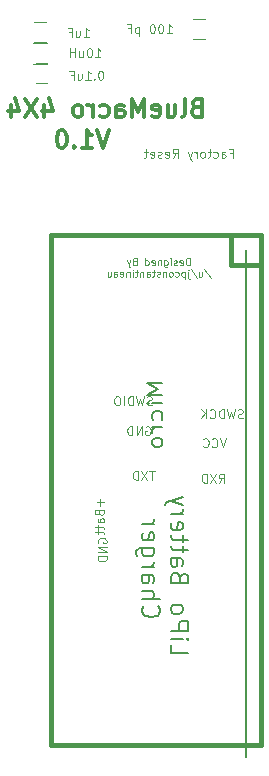
<source format=gbr>
G04 #@! TF.FileFunction,Legend,Bot*
%FSLAX46Y46*%
G04 Gerber Fmt 4.6, Leading zero omitted, Abs format (unit mm)*
G04 Created by KiCad (PCBNEW 4.0.7) date 09/16/18 15:06:07*
%MOMM*%
%LPD*%
G01*
G04 APERTURE LIST*
%ADD10C,0.100000*%
%ADD11C,0.150000*%
%ADD12C,0.300000*%
%ADD13C,0.120000*%
%ADD14C,0.381000*%
%ADD15C,0.203200*%
G04 APERTURE END LIST*
D10*
D11*
X110376429Y-144985571D02*
X110376429Y-145699857D01*
X111876429Y-145699857D01*
X110376429Y-144485571D02*
X111376429Y-144485571D01*
X111876429Y-144485571D02*
X111805000Y-144557000D01*
X111733571Y-144485571D01*
X111805000Y-144414143D01*
X111876429Y-144485571D01*
X111733571Y-144485571D01*
X110376429Y-143771285D02*
X111876429Y-143771285D01*
X111876429Y-143199857D01*
X111805000Y-143056999D01*
X111733571Y-142985571D01*
X111590714Y-142914142D01*
X111376429Y-142914142D01*
X111233571Y-142985571D01*
X111162143Y-143056999D01*
X111090714Y-143199857D01*
X111090714Y-143771285D01*
X110376429Y-142056999D02*
X110447857Y-142199857D01*
X110519286Y-142271285D01*
X110662143Y-142342714D01*
X111090714Y-142342714D01*
X111233571Y-142271285D01*
X111305000Y-142199857D01*
X111376429Y-142056999D01*
X111376429Y-141842714D01*
X111305000Y-141699857D01*
X111233571Y-141628428D01*
X111090714Y-141556999D01*
X110662143Y-141556999D01*
X110519286Y-141628428D01*
X110447857Y-141699857D01*
X110376429Y-141842714D01*
X110376429Y-142056999D01*
X111162143Y-139271285D02*
X111090714Y-139056999D01*
X111019286Y-138985571D01*
X110876429Y-138914142D01*
X110662143Y-138914142D01*
X110519286Y-138985571D01*
X110447857Y-139056999D01*
X110376429Y-139199857D01*
X110376429Y-139771285D01*
X111876429Y-139771285D01*
X111876429Y-139271285D01*
X111805000Y-139128428D01*
X111733571Y-139056999D01*
X111590714Y-138985571D01*
X111447857Y-138985571D01*
X111305000Y-139056999D01*
X111233571Y-139128428D01*
X111162143Y-139271285D01*
X111162143Y-139771285D01*
X110376429Y-137628428D02*
X111162143Y-137628428D01*
X111305000Y-137699857D01*
X111376429Y-137842714D01*
X111376429Y-138128428D01*
X111305000Y-138271285D01*
X110447857Y-137628428D02*
X110376429Y-137771285D01*
X110376429Y-138128428D01*
X110447857Y-138271285D01*
X110590714Y-138342714D01*
X110733571Y-138342714D01*
X110876429Y-138271285D01*
X110947857Y-138128428D01*
X110947857Y-137771285D01*
X111019286Y-137628428D01*
X111376429Y-137128428D02*
X111376429Y-136556999D01*
X111876429Y-136914142D02*
X110590714Y-136914142D01*
X110447857Y-136842714D01*
X110376429Y-136699856D01*
X110376429Y-136556999D01*
X111376429Y-136271285D02*
X111376429Y-135699856D01*
X111876429Y-136056999D02*
X110590714Y-136056999D01*
X110447857Y-135985571D01*
X110376429Y-135842713D01*
X110376429Y-135699856D01*
X110447857Y-134628428D02*
X110376429Y-134771285D01*
X110376429Y-135056999D01*
X110447857Y-135199856D01*
X110590714Y-135271285D01*
X111162143Y-135271285D01*
X111305000Y-135199856D01*
X111376429Y-135056999D01*
X111376429Y-134771285D01*
X111305000Y-134628428D01*
X111162143Y-134556999D01*
X111019286Y-134556999D01*
X110876429Y-135271285D01*
X110376429Y-133914142D02*
X111376429Y-133914142D01*
X111090714Y-133914142D02*
X111233571Y-133842714D01*
X111305000Y-133771285D01*
X111376429Y-133628428D01*
X111376429Y-133485571D01*
X111376429Y-133128428D02*
X110376429Y-132771285D01*
X111376429Y-132414143D02*
X110376429Y-132771285D01*
X110019286Y-132914143D01*
X109947857Y-132985571D01*
X109876429Y-133128428D01*
X108119286Y-141699856D02*
X108047857Y-141771285D01*
X107976429Y-141985571D01*
X107976429Y-142128428D01*
X108047857Y-142342713D01*
X108190714Y-142485571D01*
X108333571Y-142556999D01*
X108619286Y-142628428D01*
X108833571Y-142628428D01*
X109119286Y-142556999D01*
X109262143Y-142485571D01*
X109405000Y-142342713D01*
X109476429Y-142128428D01*
X109476429Y-141985571D01*
X109405000Y-141771285D01*
X109333571Y-141699856D01*
X107976429Y-141056999D02*
X109476429Y-141056999D01*
X107976429Y-140414142D02*
X108762143Y-140414142D01*
X108905000Y-140485571D01*
X108976429Y-140628428D01*
X108976429Y-140842713D01*
X108905000Y-140985571D01*
X108833571Y-141056999D01*
X107976429Y-139056999D02*
X108762143Y-139056999D01*
X108905000Y-139128428D01*
X108976429Y-139271285D01*
X108976429Y-139556999D01*
X108905000Y-139699856D01*
X108047857Y-139056999D02*
X107976429Y-139199856D01*
X107976429Y-139556999D01*
X108047857Y-139699856D01*
X108190714Y-139771285D01*
X108333571Y-139771285D01*
X108476429Y-139699856D01*
X108547857Y-139556999D01*
X108547857Y-139199856D01*
X108619286Y-139056999D01*
X107976429Y-138342713D02*
X108976429Y-138342713D01*
X108690714Y-138342713D02*
X108833571Y-138271285D01*
X108905000Y-138199856D01*
X108976429Y-138056999D01*
X108976429Y-137914142D01*
X108976429Y-136771285D02*
X107762143Y-136771285D01*
X107619286Y-136842714D01*
X107547857Y-136914142D01*
X107476429Y-137056999D01*
X107476429Y-137271285D01*
X107547857Y-137414142D01*
X108047857Y-136771285D02*
X107976429Y-136914142D01*
X107976429Y-137199856D01*
X108047857Y-137342714D01*
X108119286Y-137414142D01*
X108262143Y-137485571D01*
X108690714Y-137485571D01*
X108833571Y-137414142D01*
X108905000Y-137342714D01*
X108976429Y-137199856D01*
X108976429Y-136914142D01*
X108905000Y-136771285D01*
X108047857Y-135485571D02*
X107976429Y-135628428D01*
X107976429Y-135914142D01*
X108047857Y-136056999D01*
X108190714Y-136128428D01*
X108762143Y-136128428D01*
X108905000Y-136056999D01*
X108976429Y-135914142D01*
X108976429Y-135628428D01*
X108905000Y-135485571D01*
X108762143Y-135414142D01*
X108619286Y-135414142D01*
X108476429Y-136128428D01*
X107976429Y-134771285D02*
X108976429Y-134771285D01*
X108690714Y-134771285D02*
X108833571Y-134699857D01*
X108905000Y-134628428D01*
X108976429Y-134485571D01*
X108976429Y-134342714D01*
D10*
X111975571Y-112801429D02*
X111975571Y-112201429D01*
X111832714Y-112201429D01*
X111746999Y-112230000D01*
X111689857Y-112287143D01*
X111661285Y-112344286D01*
X111632714Y-112458571D01*
X111632714Y-112544286D01*
X111661285Y-112658571D01*
X111689857Y-112715714D01*
X111746999Y-112772857D01*
X111832714Y-112801429D01*
X111975571Y-112801429D01*
X111146999Y-112772857D02*
X111204142Y-112801429D01*
X111318428Y-112801429D01*
X111375571Y-112772857D01*
X111404142Y-112715714D01*
X111404142Y-112487143D01*
X111375571Y-112430000D01*
X111318428Y-112401429D01*
X111204142Y-112401429D01*
X111146999Y-112430000D01*
X111118428Y-112487143D01*
X111118428Y-112544286D01*
X111404142Y-112601429D01*
X110889856Y-112772857D02*
X110832713Y-112801429D01*
X110718428Y-112801429D01*
X110661285Y-112772857D01*
X110632713Y-112715714D01*
X110632713Y-112687143D01*
X110661285Y-112630000D01*
X110718428Y-112601429D01*
X110804142Y-112601429D01*
X110861285Y-112572857D01*
X110889856Y-112515714D01*
X110889856Y-112487143D01*
X110861285Y-112430000D01*
X110804142Y-112401429D01*
X110718428Y-112401429D01*
X110661285Y-112430000D01*
X110375571Y-112801429D02*
X110375571Y-112401429D01*
X110375571Y-112201429D02*
X110404142Y-112230000D01*
X110375571Y-112258571D01*
X110346999Y-112230000D01*
X110375571Y-112201429D01*
X110375571Y-112258571D01*
X109832714Y-112401429D02*
X109832714Y-112887143D01*
X109861285Y-112944286D01*
X109889857Y-112972857D01*
X109947000Y-113001429D01*
X110032714Y-113001429D01*
X110089857Y-112972857D01*
X109832714Y-112772857D02*
X109889857Y-112801429D01*
X110004143Y-112801429D01*
X110061285Y-112772857D01*
X110089857Y-112744286D01*
X110118428Y-112687143D01*
X110118428Y-112515714D01*
X110089857Y-112458571D01*
X110061285Y-112430000D01*
X110004143Y-112401429D01*
X109889857Y-112401429D01*
X109832714Y-112430000D01*
X109547000Y-112401429D02*
X109547000Y-112801429D01*
X109547000Y-112458571D02*
X109518428Y-112430000D01*
X109461286Y-112401429D01*
X109375571Y-112401429D01*
X109318428Y-112430000D01*
X109289857Y-112487143D01*
X109289857Y-112801429D01*
X108775571Y-112772857D02*
X108832714Y-112801429D01*
X108947000Y-112801429D01*
X109004143Y-112772857D01*
X109032714Y-112715714D01*
X109032714Y-112487143D01*
X109004143Y-112430000D01*
X108947000Y-112401429D01*
X108832714Y-112401429D01*
X108775571Y-112430000D01*
X108747000Y-112487143D01*
X108747000Y-112544286D01*
X109032714Y-112601429D01*
X108232714Y-112801429D02*
X108232714Y-112201429D01*
X108232714Y-112772857D02*
X108289857Y-112801429D01*
X108404143Y-112801429D01*
X108461285Y-112772857D01*
X108489857Y-112744286D01*
X108518428Y-112687143D01*
X108518428Y-112515714D01*
X108489857Y-112458571D01*
X108461285Y-112430000D01*
X108404143Y-112401429D01*
X108289857Y-112401429D01*
X108232714Y-112430000D01*
X107289857Y-112487143D02*
X107204143Y-112515714D01*
X107175571Y-112544286D01*
X107147000Y-112601429D01*
X107147000Y-112687143D01*
X107175571Y-112744286D01*
X107204143Y-112772857D01*
X107261285Y-112801429D01*
X107489857Y-112801429D01*
X107489857Y-112201429D01*
X107289857Y-112201429D01*
X107232714Y-112230000D01*
X107204143Y-112258571D01*
X107175571Y-112315714D01*
X107175571Y-112372857D01*
X107204143Y-112430000D01*
X107232714Y-112458571D01*
X107289857Y-112487143D01*
X107489857Y-112487143D01*
X106947000Y-112401429D02*
X106804143Y-112801429D01*
X106661285Y-112401429D02*
X106804143Y-112801429D01*
X106861285Y-112944286D01*
X106889857Y-112972857D01*
X106947000Y-113001429D01*
X113232712Y-113172857D02*
X113746998Y-113944286D01*
X112775570Y-113401429D02*
X112775570Y-113801429D01*
X113032713Y-113401429D02*
X113032713Y-113715714D01*
X113004141Y-113772857D01*
X112946999Y-113801429D01*
X112861284Y-113801429D01*
X112804141Y-113772857D01*
X112775570Y-113744286D01*
X112061284Y-113172857D02*
X112575570Y-113944286D01*
X111861285Y-113401429D02*
X111861285Y-113915714D01*
X111889856Y-113972857D01*
X111946999Y-114001429D01*
X111975571Y-114001429D01*
X111861285Y-113201429D02*
X111889856Y-113230000D01*
X111861285Y-113258571D01*
X111832713Y-113230000D01*
X111861285Y-113201429D01*
X111861285Y-113258571D01*
X111575571Y-113401429D02*
X111575571Y-114001429D01*
X111575571Y-113430000D02*
X111518428Y-113401429D01*
X111404142Y-113401429D01*
X111346999Y-113430000D01*
X111318428Y-113458571D01*
X111289857Y-113515714D01*
X111289857Y-113687143D01*
X111318428Y-113744286D01*
X111346999Y-113772857D01*
X111404142Y-113801429D01*
X111518428Y-113801429D01*
X111575571Y-113772857D01*
X110775571Y-113772857D02*
X110832714Y-113801429D01*
X110947000Y-113801429D01*
X111004142Y-113772857D01*
X111032714Y-113744286D01*
X111061285Y-113687143D01*
X111061285Y-113515714D01*
X111032714Y-113458571D01*
X111004142Y-113430000D01*
X110947000Y-113401429D01*
X110832714Y-113401429D01*
X110775571Y-113430000D01*
X110432714Y-113801429D02*
X110489856Y-113772857D01*
X110518428Y-113744286D01*
X110546999Y-113687143D01*
X110546999Y-113515714D01*
X110518428Y-113458571D01*
X110489856Y-113430000D01*
X110432714Y-113401429D01*
X110346999Y-113401429D01*
X110289856Y-113430000D01*
X110261285Y-113458571D01*
X110232714Y-113515714D01*
X110232714Y-113687143D01*
X110261285Y-113744286D01*
X110289856Y-113772857D01*
X110346999Y-113801429D01*
X110432714Y-113801429D01*
X109975571Y-113401429D02*
X109975571Y-113801429D01*
X109975571Y-113458571D02*
X109946999Y-113430000D01*
X109889857Y-113401429D01*
X109804142Y-113401429D01*
X109746999Y-113430000D01*
X109718428Y-113487143D01*
X109718428Y-113801429D01*
X109461285Y-113772857D02*
X109404142Y-113801429D01*
X109289857Y-113801429D01*
X109232714Y-113772857D01*
X109204142Y-113715714D01*
X109204142Y-113687143D01*
X109232714Y-113630000D01*
X109289857Y-113601429D01*
X109375571Y-113601429D01*
X109432714Y-113572857D01*
X109461285Y-113515714D01*
X109461285Y-113487143D01*
X109432714Y-113430000D01*
X109375571Y-113401429D01*
X109289857Y-113401429D01*
X109232714Y-113430000D01*
X109032714Y-113401429D02*
X108804143Y-113401429D01*
X108947000Y-113201429D02*
X108947000Y-113715714D01*
X108918428Y-113772857D01*
X108861286Y-113801429D01*
X108804143Y-113801429D01*
X108347000Y-113801429D02*
X108347000Y-113487143D01*
X108375571Y-113430000D01*
X108432714Y-113401429D01*
X108547000Y-113401429D01*
X108604143Y-113430000D01*
X108347000Y-113772857D02*
X108404143Y-113801429D01*
X108547000Y-113801429D01*
X108604143Y-113772857D01*
X108632714Y-113715714D01*
X108632714Y-113658571D01*
X108604143Y-113601429D01*
X108547000Y-113572857D01*
X108404143Y-113572857D01*
X108347000Y-113544286D01*
X108061286Y-113401429D02*
X108061286Y-113801429D01*
X108061286Y-113458571D02*
X108032714Y-113430000D01*
X107975572Y-113401429D01*
X107889857Y-113401429D01*
X107832714Y-113430000D01*
X107804143Y-113487143D01*
X107804143Y-113801429D01*
X107604143Y-113401429D02*
X107375572Y-113401429D01*
X107518429Y-113201429D02*
X107518429Y-113715714D01*
X107489857Y-113772857D01*
X107432715Y-113801429D01*
X107375572Y-113801429D01*
X107175572Y-113801429D02*
X107175572Y-113401429D01*
X107175572Y-113201429D02*
X107204143Y-113230000D01*
X107175572Y-113258571D01*
X107147000Y-113230000D01*
X107175572Y-113201429D01*
X107175572Y-113258571D01*
X106889858Y-113401429D02*
X106889858Y-113801429D01*
X106889858Y-113458571D02*
X106861286Y-113430000D01*
X106804144Y-113401429D01*
X106718429Y-113401429D01*
X106661286Y-113430000D01*
X106632715Y-113487143D01*
X106632715Y-113801429D01*
X106118429Y-113772857D02*
X106175572Y-113801429D01*
X106289858Y-113801429D01*
X106347001Y-113772857D01*
X106375572Y-113715714D01*
X106375572Y-113487143D01*
X106347001Y-113430000D01*
X106289858Y-113401429D01*
X106175572Y-113401429D01*
X106118429Y-113430000D01*
X106089858Y-113487143D01*
X106089858Y-113544286D01*
X106375572Y-113601429D01*
X105575572Y-113801429D02*
X105575572Y-113487143D01*
X105604143Y-113430000D01*
X105661286Y-113401429D01*
X105775572Y-113401429D01*
X105832715Y-113430000D01*
X105575572Y-113772857D02*
X105632715Y-113801429D01*
X105775572Y-113801429D01*
X105832715Y-113772857D01*
X105861286Y-113715714D01*
X105861286Y-113658571D01*
X105832715Y-113601429D01*
X105775572Y-113572857D01*
X105632715Y-113572857D01*
X105575572Y-113544286D01*
X105032715Y-113401429D02*
X105032715Y-113801429D01*
X105289858Y-113401429D02*
X105289858Y-113715714D01*
X105261286Y-113772857D01*
X105204144Y-113801429D01*
X105118429Y-113801429D01*
X105061286Y-113772857D01*
X105032715Y-113744286D01*
X108777286Y-124636571D02*
X108670143Y-124672286D01*
X108491572Y-124672286D01*
X108420143Y-124636571D01*
X108384429Y-124600857D01*
X108348714Y-124529429D01*
X108348714Y-124458000D01*
X108384429Y-124386571D01*
X108420143Y-124350857D01*
X108491572Y-124315143D01*
X108634429Y-124279429D01*
X108705857Y-124243714D01*
X108741572Y-124208000D01*
X108777286Y-124136571D01*
X108777286Y-124065143D01*
X108741572Y-123993714D01*
X108705857Y-123958000D01*
X108634429Y-123922286D01*
X108455857Y-123922286D01*
X108348714Y-123958000D01*
X108098714Y-123922286D02*
X107920143Y-124672286D01*
X107777286Y-124136571D01*
X107634428Y-124672286D01*
X107455857Y-123922286D01*
X107170143Y-124672286D02*
X107170143Y-123922286D01*
X106991571Y-123922286D01*
X106884428Y-123958000D01*
X106813000Y-124029429D01*
X106777285Y-124100857D01*
X106741571Y-124243714D01*
X106741571Y-124350857D01*
X106777285Y-124493714D01*
X106813000Y-124565143D01*
X106884428Y-124636571D01*
X106991571Y-124672286D01*
X107170143Y-124672286D01*
X106420143Y-124672286D02*
X106420143Y-123922286D01*
X105920142Y-123922286D02*
X105777285Y-123922286D01*
X105705857Y-123958000D01*
X105634428Y-124029429D01*
X105598714Y-124172286D01*
X105598714Y-124422286D01*
X105634428Y-124565143D01*
X105705857Y-124636571D01*
X105777285Y-124672286D01*
X105920142Y-124672286D01*
X105991571Y-124636571D01*
X106063000Y-124565143D01*
X106098714Y-124422286D01*
X106098714Y-124172286D01*
X106063000Y-124029429D01*
X105991571Y-123958000D01*
X105920142Y-123922286D01*
X108267428Y-126498000D02*
X108338857Y-126462286D01*
X108446000Y-126462286D01*
X108553143Y-126498000D01*
X108624571Y-126569429D01*
X108660286Y-126640857D01*
X108696000Y-126783714D01*
X108696000Y-126890857D01*
X108660286Y-127033714D01*
X108624571Y-127105143D01*
X108553143Y-127176571D01*
X108446000Y-127212286D01*
X108374571Y-127212286D01*
X108267428Y-127176571D01*
X108231714Y-127140857D01*
X108231714Y-126890857D01*
X108374571Y-126890857D01*
X107910286Y-127212286D02*
X107910286Y-126462286D01*
X107481714Y-127212286D01*
X107481714Y-126462286D01*
X107124572Y-127212286D02*
X107124572Y-126462286D01*
X106946000Y-126462286D01*
X106838857Y-126498000D01*
X106767429Y-126569429D01*
X106731714Y-126640857D01*
X106696000Y-126783714D01*
X106696000Y-126890857D01*
X106731714Y-127033714D01*
X106767429Y-127105143D01*
X106838857Y-127176571D01*
X106946000Y-127212286D01*
X107124572Y-127212286D01*
X109006428Y-130249286D02*
X108577857Y-130249286D01*
X108792143Y-130999286D02*
X108792143Y-130249286D01*
X108399285Y-130249286D02*
X107899285Y-130999286D01*
X107899285Y-130249286D02*
X108399285Y-130999286D01*
X107613571Y-130999286D02*
X107613571Y-130249286D01*
X107434999Y-130249286D01*
X107327856Y-130285000D01*
X107256428Y-130356429D01*
X107220713Y-130427857D01*
X107184999Y-130570714D01*
X107184999Y-130677857D01*
X107220713Y-130820714D01*
X107256428Y-130892143D01*
X107327856Y-130963571D01*
X107434999Y-130999286D01*
X107613571Y-130999286D01*
X114460000Y-131229286D02*
X114710000Y-130872143D01*
X114888572Y-131229286D02*
X114888572Y-130479286D01*
X114602857Y-130479286D01*
X114531429Y-130515000D01*
X114495714Y-130550714D01*
X114460000Y-130622143D01*
X114460000Y-130729286D01*
X114495714Y-130800714D01*
X114531429Y-130836429D01*
X114602857Y-130872143D01*
X114888572Y-130872143D01*
X114210000Y-130479286D02*
X113710000Y-131229286D01*
X113710000Y-130479286D02*
X114210000Y-131229286D01*
X113424286Y-131229286D02*
X113424286Y-130479286D01*
X113245714Y-130479286D01*
X113138571Y-130515000D01*
X113067143Y-130586429D01*
X113031428Y-130657857D01*
X112995714Y-130800714D01*
X112995714Y-130907857D01*
X113031428Y-131050714D01*
X113067143Y-131122143D01*
X113138571Y-131193571D01*
X113245714Y-131229286D01*
X113424286Y-131229286D01*
X115049999Y-127479286D02*
X114799999Y-128229286D01*
X114549999Y-127479286D01*
X113871428Y-128157857D02*
X113907142Y-128193571D01*
X114014285Y-128229286D01*
X114085714Y-128229286D01*
X114192857Y-128193571D01*
X114264285Y-128122143D01*
X114300000Y-128050714D01*
X114335714Y-127907857D01*
X114335714Y-127800714D01*
X114300000Y-127657857D01*
X114264285Y-127586429D01*
X114192857Y-127515000D01*
X114085714Y-127479286D01*
X114014285Y-127479286D01*
X113907142Y-127515000D01*
X113871428Y-127550714D01*
X113121428Y-128157857D02*
X113157142Y-128193571D01*
X113264285Y-128229286D01*
X113335714Y-128229286D01*
X113442857Y-128193571D01*
X113514285Y-128122143D01*
X113550000Y-128050714D01*
X113585714Y-127907857D01*
X113585714Y-127800714D01*
X113550000Y-127657857D01*
X113514285Y-127586429D01*
X113442857Y-127515000D01*
X113335714Y-127479286D01*
X113264285Y-127479286D01*
X113157142Y-127515000D01*
X113121428Y-127550714D01*
X116487857Y-125743571D02*
X116380714Y-125779286D01*
X116202143Y-125779286D01*
X116130714Y-125743571D01*
X116095000Y-125707857D01*
X116059285Y-125636429D01*
X116059285Y-125565000D01*
X116095000Y-125493571D01*
X116130714Y-125457857D01*
X116202143Y-125422143D01*
X116345000Y-125386429D01*
X116416428Y-125350714D01*
X116452143Y-125315000D01*
X116487857Y-125243571D01*
X116487857Y-125172143D01*
X116452143Y-125100714D01*
X116416428Y-125065000D01*
X116345000Y-125029286D01*
X116166428Y-125029286D01*
X116059285Y-125065000D01*
X115809285Y-125029286D02*
X115630714Y-125779286D01*
X115487857Y-125243571D01*
X115344999Y-125779286D01*
X115166428Y-125029286D01*
X114880714Y-125779286D02*
X114880714Y-125029286D01*
X114702142Y-125029286D01*
X114594999Y-125065000D01*
X114523571Y-125136429D01*
X114487856Y-125207857D01*
X114452142Y-125350714D01*
X114452142Y-125457857D01*
X114487856Y-125600714D01*
X114523571Y-125672143D01*
X114594999Y-125743571D01*
X114702142Y-125779286D01*
X114880714Y-125779286D01*
X113702142Y-125707857D02*
X113737856Y-125743571D01*
X113844999Y-125779286D01*
X113916428Y-125779286D01*
X114023571Y-125743571D01*
X114094999Y-125672143D01*
X114130714Y-125600714D01*
X114166428Y-125457857D01*
X114166428Y-125350714D01*
X114130714Y-125207857D01*
X114094999Y-125136429D01*
X114023571Y-125065000D01*
X113916428Y-125029286D01*
X113844999Y-125029286D01*
X113737856Y-125065000D01*
X113702142Y-125100714D01*
X113380714Y-125779286D02*
X113380714Y-125029286D01*
X112952142Y-125779286D02*
X113273571Y-125350714D01*
X112952142Y-125029286D02*
X113380714Y-125457857D01*
X104423571Y-132601429D02*
X104423571Y-133172858D01*
X104709286Y-132887144D02*
X104137857Y-132887144D01*
X104316429Y-133780000D02*
X104352143Y-133887143D01*
X104387857Y-133922858D01*
X104459286Y-133958572D01*
X104566429Y-133958572D01*
X104637857Y-133922858D01*
X104673571Y-133887143D01*
X104709286Y-133815715D01*
X104709286Y-133530000D01*
X103959286Y-133530000D01*
X103959286Y-133780000D01*
X103995000Y-133851429D01*
X104030714Y-133887143D01*
X104102143Y-133922858D01*
X104173571Y-133922858D01*
X104245000Y-133887143D01*
X104280714Y-133851429D01*
X104316429Y-133780000D01*
X104316429Y-133530000D01*
X104709286Y-134601429D02*
X104316429Y-134601429D01*
X104245000Y-134565715D01*
X104209286Y-134494286D01*
X104209286Y-134351429D01*
X104245000Y-134280000D01*
X104673571Y-134601429D02*
X104709286Y-134530000D01*
X104709286Y-134351429D01*
X104673571Y-134280000D01*
X104602143Y-134244286D01*
X104530714Y-134244286D01*
X104459286Y-134280000D01*
X104423571Y-134351429D01*
X104423571Y-134530000D01*
X104387857Y-134601429D01*
X104209286Y-134851429D02*
X104209286Y-135137143D01*
X103959286Y-134958571D02*
X104602143Y-134958571D01*
X104673571Y-134994286D01*
X104709286Y-135065714D01*
X104709286Y-135137143D01*
X104209286Y-135280000D02*
X104209286Y-135565714D01*
X103959286Y-135387142D02*
X104602143Y-135387142D01*
X104673571Y-135422857D01*
X104709286Y-135494285D01*
X104709286Y-135565714D01*
X104235000Y-136338572D02*
X104199286Y-136267143D01*
X104199286Y-136160000D01*
X104235000Y-136052857D01*
X104306429Y-135981429D01*
X104377857Y-135945714D01*
X104520714Y-135910000D01*
X104627857Y-135910000D01*
X104770714Y-135945714D01*
X104842143Y-135981429D01*
X104913571Y-136052857D01*
X104949286Y-136160000D01*
X104949286Y-136231429D01*
X104913571Y-136338572D01*
X104877857Y-136374286D01*
X104627857Y-136374286D01*
X104627857Y-136231429D01*
X104949286Y-136695714D02*
X104199286Y-136695714D01*
X104949286Y-137124286D01*
X104199286Y-137124286D01*
X104949286Y-137481428D02*
X104199286Y-137481428D01*
X104199286Y-137660000D01*
X104235000Y-137767143D01*
X104306429Y-137838571D01*
X104377857Y-137874286D01*
X104520714Y-137910000D01*
X104627857Y-137910000D01*
X104770714Y-137874286D01*
X104842143Y-137838571D01*
X104913571Y-137767143D01*
X104949286Y-137660000D01*
X104949286Y-137481428D01*
D12*
X105155714Y-101413571D02*
X104655714Y-102913571D01*
X104155714Y-101413571D01*
X102870000Y-102913571D02*
X103727143Y-102913571D01*
X103298571Y-102913571D02*
X103298571Y-101413571D01*
X103441428Y-101627857D01*
X103584286Y-101770714D01*
X103727143Y-101842143D01*
X102227143Y-102770714D02*
X102155715Y-102842143D01*
X102227143Y-102913571D01*
X102298572Y-102842143D01*
X102227143Y-102770714D01*
X102227143Y-102913571D01*
X101227143Y-101413571D02*
X101084286Y-101413571D01*
X100941429Y-101485000D01*
X100870000Y-101556429D01*
X100798571Y-101699286D01*
X100727143Y-101985000D01*
X100727143Y-102342143D01*
X100798571Y-102627857D01*
X100870000Y-102770714D01*
X100941429Y-102842143D01*
X101084286Y-102913571D01*
X101227143Y-102913571D01*
X101370000Y-102842143D01*
X101441429Y-102770714D01*
X101512857Y-102627857D01*
X101584286Y-102342143D01*
X101584286Y-101985000D01*
X101512857Y-101699286D01*
X101441429Y-101556429D01*
X101370000Y-101485000D01*
X101227143Y-101413571D01*
X112544856Y-99460857D02*
X112330570Y-99532286D01*
X112259142Y-99603714D01*
X112187713Y-99746571D01*
X112187713Y-99960857D01*
X112259142Y-100103714D01*
X112330570Y-100175143D01*
X112473428Y-100246571D01*
X113044856Y-100246571D01*
X113044856Y-98746571D01*
X112544856Y-98746571D01*
X112401999Y-98818000D01*
X112330570Y-98889429D01*
X112259142Y-99032286D01*
X112259142Y-99175143D01*
X112330570Y-99318000D01*
X112401999Y-99389429D01*
X112544856Y-99460857D01*
X113044856Y-99460857D01*
X111330570Y-100246571D02*
X111473428Y-100175143D01*
X111544856Y-100032286D01*
X111544856Y-98746571D01*
X110116285Y-99246571D02*
X110116285Y-100246571D01*
X110759142Y-99246571D02*
X110759142Y-100032286D01*
X110687714Y-100175143D01*
X110544856Y-100246571D01*
X110330571Y-100246571D01*
X110187714Y-100175143D01*
X110116285Y-100103714D01*
X108830571Y-100175143D02*
X108973428Y-100246571D01*
X109259142Y-100246571D01*
X109401999Y-100175143D01*
X109473428Y-100032286D01*
X109473428Y-99460857D01*
X109401999Y-99318000D01*
X109259142Y-99246571D01*
X108973428Y-99246571D01*
X108830571Y-99318000D01*
X108759142Y-99460857D01*
X108759142Y-99603714D01*
X109473428Y-99746571D01*
X108116285Y-100246571D02*
X108116285Y-98746571D01*
X107616285Y-99818000D01*
X107116285Y-98746571D01*
X107116285Y-100246571D01*
X105759142Y-100246571D02*
X105759142Y-99460857D01*
X105830571Y-99318000D01*
X105973428Y-99246571D01*
X106259142Y-99246571D01*
X106401999Y-99318000D01*
X105759142Y-100175143D02*
X105901999Y-100246571D01*
X106259142Y-100246571D01*
X106401999Y-100175143D01*
X106473428Y-100032286D01*
X106473428Y-99889429D01*
X106401999Y-99746571D01*
X106259142Y-99675143D01*
X105901999Y-99675143D01*
X105759142Y-99603714D01*
X104401999Y-100175143D02*
X104544856Y-100246571D01*
X104830570Y-100246571D01*
X104973428Y-100175143D01*
X105044856Y-100103714D01*
X105116285Y-99960857D01*
X105116285Y-99532286D01*
X105044856Y-99389429D01*
X104973428Y-99318000D01*
X104830570Y-99246571D01*
X104544856Y-99246571D01*
X104401999Y-99318000D01*
X103759142Y-100246571D02*
X103759142Y-99246571D01*
X103759142Y-99532286D02*
X103687714Y-99389429D01*
X103616285Y-99318000D01*
X103473428Y-99246571D01*
X103330571Y-99246571D01*
X102616285Y-100246571D02*
X102759143Y-100175143D01*
X102830571Y-100103714D01*
X102902000Y-99960857D01*
X102902000Y-99532286D01*
X102830571Y-99389429D01*
X102759143Y-99318000D01*
X102616285Y-99246571D01*
X102402000Y-99246571D01*
X102259143Y-99318000D01*
X102187714Y-99389429D01*
X102116285Y-99532286D01*
X102116285Y-99960857D01*
X102187714Y-100103714D01*
X102259143Y-100175143D01*
X102402000Y-100246571D01*
X102616285Y-100246571D01*
X99687714Y-99246571D02*
X99687714Y-100246571D01*
X100044857Y-98675143D02*
X100402000Y-99746571D01*
X99473428Y-99746571D01*
X99044857Y-98746571D02*
X98044857Y-100246571D01*
X98044857Y-98746571D02*
X99044857Y-100246571D01*
X96830572Y-99246571D02*
X96830572Y-100246571D01*
X97187715Y-98675143D02*
X97544858Y-99746571D01*
X96616286Y-99746571D01*
D13*
X98941000Y-95670000D02*
X99941000Y-95670000D01*
X99941000Y-97370000D02*
X98941000Y-97370000D01*
X98814000Y-92241000D02*
X99814000Y-92241000D01*
X99814000Y-93941000D02*
X98814000Y-93941000D01*
X98714000Y-95749000D02*
X99914000Y-95749000D01*
X99914000Y-93989000D02*
X98714000Y-93989000D01*
X113256000Y-93687000D02*
X112256000Y-93687000D01*
X112256000Y-91987000D02*
X113256000Y-91987000D01*
D11*
X116713000Y-111506000D02*
X116713000Y-154432000D01*
D14*
X100203000Y-110236000D02*
X117983000Y-110236000D01*
X117983000Y-110236000D02*
X117983000Y-153416000D01*
X117983000Y-153416000D02*
X100203000Y-153416000D01*
X100203000Y-153416000D02*
X100203000Y-110236000D01*
X115443000Y-110236000D02*
X115443000Y-112776000D01*
X115443000Y-112776000D02*
X117983000Y-112776000D01*
D10*
X104483142Y-96363286D02*
X104411714Y-96363286D01*
X104340285Y-96399000D01*
X104304571Y-96434714D01*
X104268857Y-96506143D01*
X104233142Y-96649000D01*
X104233142Y-96827571D01*
X104268857Y-96970429D01*
X104304571Y-97041857D01*
X104340285Y-97077571D01*
X104411714Y-97113286D01*
X104483142Y-97113286D01*
X104554571Y-97077571D01*
X104590285Y-97041857D01*
X104626000Y-96970429D01*
X104661714Y-96827571D01*
X104661714Y-96649000D01*
X104626000Y-96506143D01*
X104590285Y-96434714D01*
X104554571Y-96399000D01*
X104483142Y-96363286D01*
X103911714Y-97041857D02*
X103875999Y-97077571D01*
X103911714Y-97113286D01*
X103947428Y-97077571D01*
X103911714Y-97041857D01*
X103911714Y-97113286D01*
X103161713Y-97113286D02*
X103590285Y-97113286D01*
X103375999Y-97113286D02*
X103375999Y-96363286D01*
X103447428Y-96470429D01*
X103518856Y-96541857D01*
X103590285Y-96577571D01*
X102518856Y-96613286D02*
X102518856Y-97113286D01*
X102840285Y-96613286D02*
X102840285Y-97006143D01*
X102804570Y-97077571D01*
X102733142Y-97113286D01*
X102625999Y-97113286D01*
X102554570Y-97077571D01*
X102518856Y-97041857D01*
X101911714Y-96720429D02*
X102161714Y-96720429D01*
X102161714Y-97113286D02*
X102161714Y-96363286D01*
X101804571Y-96363286D01*
X103006228Y-93465846D02*
X103434800Y-93465846D01*
X103220514Y-93465846D02*
X103220514Y-92715846D01*
X103291943Y-92822989D01*
X103363371Y-92894417D01*
X103434800Y-92930131D01*
X102363371Y-92965846D02*
X102363371Y-93465846D01*
X102684800Y-92965846D02*
X102684800Y-93358703D01*
X102649085Y-93430131D01*
X102577657Y-93465846D01*
X102470514Y-93465846D01*
X102399085Y-93430131D01*
X102363371Y-93394417D01*
X101756229Y-93072989D02*
X102006229Y-93072989D01*
X102006229Y-93465846D02*
X102006229Y-92715846D01*
X101649086Y-92715846D01*
X115391428Y-103324429D02*
X115641428Y-103324429D01*
X115641428Y-103717286D02*
X115641428Y-102967286D01*
X115284285Y-102967286D01*
X114677142Y-103717286D02*
X114677142Y-103324429D01*
X114712856Y-103253000D01*
X114784285Y-103217286D01*
X114927142Y-103217286D01*
X114998571Y-103253000D01*
X114677142Y-103681571D02*
X114748571Y-103717286D01*
X114927142Y-103717286D01*
X114998571Y-103681571D01*
X115034285Y-103610143D01*
X115034285Y-103538714D01*
X114998571Y-103467286D01*
X114927142Y-103431571D01*
X114748571Y-103431571D01*
X114677142Y-103395857D01*
X113998571Y-103681571D02*
X114070000Y-103717286D01*
X114212857Y-103717286D01*
X114284285Y-103681571D01*
X114320000Y-103645857D01*
X114355714Y-103574429D01*
X114355714Y-103360143D01*
X114320000Y-103288714D01*
X114284285Y-103253000D01*
X114212857Y-103217286D01*
X114070000Y-103217286D01*
X113998571Y-103253000D01*
X113784285Y-103217286D02*
X113498571Y-103217286D01*
X113677143Y-102967286D02*
X113677143Y-103610143D01*
X113641428Y-103681571D01*
X113570000Y-103717286D01*
X113498571Y-103717286D01*
X113141429Y-103717286D02*
X113212857Y-103681571D01*
X113248572Y-103645857D01*
X113284286Y-103574429D01*
X113284286Y-103360143D01*
X113248572Y-103288714D01*
X113212857Y-103253000D01*
X113141429Y-103217286D01*
X113034286Y-103217286D01*
X112962857Y-103253000D01*
X112927143Y-103288714D01*
X112891429Y-103360143D01*
X112891429Y-103574429D01*
X112927143Y-103645857D01*
X112962857Y-103681571D01*
X113034286Y-103717286D01*
X113141429Y-103717286D01*
X112570001Y-103717286D02*
X112570001Y-103217286D01*
X112570001Y-103360143D02*
X112534286Y-103288714D01*
X112498572Y-103253000D01*
X112427143Y-103217286D01*
X112355715Y-103217286D01*
X112177143Y-103217286D02*
X111998572Y-103717286D01*
X111820000Y-103217286D02*
X111998572Y-103717286D01*
X112070000Y-103895857D01*
X112105715Y-103931571D01*
X112177143Y-103967286D01*
X110534285Y-103717286D02*
X110784285Y-103360143D01*
X110962857Y-103717286D02*
X110962857Y-102967286D01*
X110677142Y-102967286D01*
X110605714Y-103003000D01*
X110569999Y-103038714D01*
X110534285Y-103110143D01*
X110534285Y-103217286D01*
X110569999Y-103288714D01*
X110605714Y-103324429D01*
X110677142Y-103360143D01*
X110962857Y-103360143D01*
X109927142Y-103681571D02*
X109998571Y-103717286D01*
X110141428Y-103717286D01*
X110212857Y-103681571D01*
X110248571Y-103610143D01*
X110248571Y-103324429D01*
X110212857Y-103253000D01*
X110141428Y-103217286D01*
X109998571Y-103217286D01*
X109927142Y-103253000D01*
X109891428Y-103324429D01*
X109891428Y-103395857D01*
X110248571Y-103467286D01*
X109605714Y-103681571D02*
X109534285Y-103717286D01*
X109391428Y-103717286D01*
X109320000Y-103681571D01*
X109284285Y-103610143D01*
X109284285Y-103574429D01*
X109320000Y-103503000D01*
X109391428Y-103467286D01*
X109498571Y-103467286D01*
X109570000Y-103431571D01*
X109605714Y-103360143D01*
X109605714Y-103324429D01*
X109570000Y-103253000D01*
X109498571Y-103217286D01*
X109391428Y-103217286D01*
X109320000Y-103253000D01*
X108677142Y-103681571D02*
X108748571Y-103717286D01*
X108891428Y-103717286D01*
X108962857Y-103681571D01*
X108998571Y-103610143D01*
X108998571Y-103324429D01*
X108962857Y-103253000D01*
X108891428Y-103217286D01*
X108748571Y-103217286D01*
X108677142Y-103253000D01*
X108641428Y-103324429D01*
X108641428Y-103395857D01*
X108998571Y-103467286D01*
X108427142Y-103217286D02*
X108141428Y-103217286D01*
X108320000Y-102967286D02*
X108320000Y-103610143D01*
X108284285Y-103681571D01*
X108212857Y-103717286D01*
X108141428Y-103717286D01*
X103998999Y-95208286D02*
X104427571Y-95208286D01*
X104213285Y-95208286D02*
X104213285Y-94458286D01*
X104284714Y-94565429D01*
X104356142Y-94636857D01*
X104427571Y-94672571D01*
X103534713Y-94458286D02*
X103463285Y-94458286D01*
X103391856Y-94494000D01*
X103356142Y-94529714D01*
X103320428Y-94601143D01*
X103284713Y-94744000D01*
X103284713Y-94922571D01*
X103320428Y-95065429D01*
X103356142Y-95136857D01*
X103391856Y-95172571D01*
X103463285Y-95208286D01*
X103534713Y-95208286D01*
X103606142Y-95172571D01*
X103641856Y-95136857D01*
X103677571Y-95065429D01*
X103713285Y-94922571D01*
X103713285Y-94744000D01*
X103677571Y-94601143D01*
X103641856Y-94529714D01*
X103606142Y-94494000D01*
X103534713Y-94458286D01*
X102641856Y-94708286D02*
X102641856Y-95208286D01*
X102963285Y-94708286D02*
X102963285Y-95101143D01*
X102927570Y-95172571D01*
X102856142Y-95208286D01*
X102748999Y-95208286D01*
X102677570Y-95172571D01*
X102641856Y-95136857D01*
X102284714Y-95208286D02*
X102284714Y-94458286D01*
X102284714Y-94815429D02*
X101856142Y-94815429D01*
X101856142Y-95208286D02*
X101856142Y-94458286D01*
X110031428Y-93176286D02*
X110460000Y-93176286D01*
X110245714Y-93176286D02*
X110245714Y-92426286D01*
X110317143Y-92533429D01*
X110388571Y-92604857D01*
X110460000Y-92640571D01*
X109567142Y-92426286D02*
X109495714Y-92426286D01*
X109424285Y-92462000D01*
X109388571Y-92497714D01*
X109352857Y-92569143D01*
X109317142Y-92712000D01*
X109317142Y-92890571D01*
X109352857Y-93033429D01*
X109388571Y-93104857D01*
X109424285Y-93140571D01*
X109495714Y-93176286D01*
X109567142Y-93176286D01*
X109638571Y-93140571D01*
X109674285Y-93104857D01*
X109710000Y-93033429D01*
X109745714Y-92890571D01*
X109745714Y-92712000D01*
X109710000Y-92569143D01*
X109674285Y-92497714D01*
X109638571Y-92462000D01*
X109567142Y-92426286D01*
X108852856Y-92426286D02*
X108781428Y-92426286D01*
X108709999Y-92462000D01*
X108674285Y-92497714D01*
X108638571Y-92569143D01*
X108602856Y-92712000D01*
X108602856Y-92890571D01*
X108638571Y-93033429D01*
X108674285Y-93104857D01*
X108709999Y-93140571D01*
X108781428Y-93176286D01*
X108852856Y-93176286D01*
X108924285Y-93140571D01*
X108959999Y-93104857D01*
X108995714Y-93033429D01*
X109031428Y-92890571D01*
X109031428Y-92712000D01*
X108995714Y-92569143D01*
X108959999Y-92497714D01*
X108924285Y-92462000D01*
X108852856Y-92426286D01*
X107709999Y-92676286D02*
X107709999Y-93426286D01*
X107709999Y-92712000D02*
X107638570Y-92676286D01*
X107495713Y-92676286D01*
X107424284Y-92712000D01*
X107388570Y-92747714D01*
X107352856Y-92819143D01*
X107352856Y-93033429D01*
X107388570Y-93104857D01*
X107424284Y-93140571D01*
X107495713Y-93176286D01*
X107638570Y-93176286D01*
X107709999Y-93140571D01*
X106781428Y-92783429D02*
X107031428Y-92783429D01*
X107031428Y-93176286D02*
X107031428Y-92426286D01*
X106674285Y-92426286D01*
D15*
X109667524Y-122790857D02*
X108397524Y-122790857D01*
X109304667Y-123298857D01*
X108397524Y-123806857D01*
X109667524Y-123806857D01*
X109667524Y-124532571D02*
X108820857Y-124532571D01*
X108397524Y-124532571D02*
X108458000Y-124460000D01*
X108518476Y-124532571D01*
X108458000Y-124605143D01*
X108397524Y-124532571D01*
X108518476Y-124532571D01*
X109607048Y-125911428D02*
X109667524Y-125766285D01*
X109667524Y-125475999D01*
X109607048Y-125330857D01*
X109546571Y-125258285D01*
X109425619Y-125185714D01*
X109062762Y-125185714D01*
X108941810Y-125258285D01*
X108881333Y-125330857D01*
X108820857Y-125475999D01*
X108820857Y-125766285D01*
X108881333Y-125911428D01*
X109667524Y-126564571D02*
X108820857Y-126564571D01*
X109062762Y-126564571D02*
X108941810Y-126637143D01*
X108881333Y-126709714D01*
X108820857Y-126854857D01*
X108820857Y-127000000D01*
X109667524Y-127725714D02*
X109607048Y-127580572D01*
X109546571Y-127508000D01*
X109425619Y-127435429D01*
X109062762Y-127435429D01*
X108941810Y-127508000D01*
X108881333Y-127580572D01*
X108820857Y-127725714D01*
X108820857Y-127943429D01*
X108881333Y-128088572D01*
X108941810Y-128161143D01*
X109062762Y-128233714D01*
X109425619Y-128233714D01*
X109546571Y-128161143D01*
X109607048Y-128088572D01*
X109667524Y-127943429D01*
X109667524Y-127725714D01*
M02*

</source>
